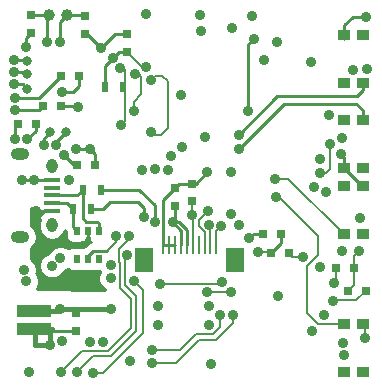
<source format=gbr>
G04 #@! TF.FileFunction,Copper,L4,Bot,Signal*
%FSLAX46Y46*%
G04 Gerber Fmt 4.6, Leading zero omitted, Abs format (unit mm)*
G04 Created by KiCad (PCBNEW (2015-01-16 BZR 5376)-product) date 07/04/2015 12:08:15*
%MOMM*%
G01*
G04 APERTURE LIST*
%ADD10C,0.100000*%
%ADD11R,1.350000X0.400000*%
%ADD12O,0.950000X1.250000*%
%ADD13O,1.550000X1.000000*%
%ADD14R,0.750000X0.800000*%
%ADD15R,0.800000X0.750000*%
%ADD16R,0.250000X1.600000*%
%ADD17R,1.500000X2.000000*%
%ADD18R,0.500000X0.900000*%
%ADD19R,0.550000X0.800000*%
%ADD20C,1.000760*%
%ADD21C,0.800000*%
%ADD22R,3.000000X1.000000*%
%ADD23R,1.000000X0.900000*%
%ADD24C,0.889000*%
%ADD25C,0.381000*%
%ADD26C,0.254000*%
%ADD27C,0.203200*%
G04 APERTURE END LIST*
D10*
D11*
X74200000Y-37800000D03*
X74200000Y-37150000D03*
X74200000Y-36500000D03*
X74200000Y-35850000D03*
X74200000Y-35200000D03*
D12*
X74200000Y-39000000D03*
X74200000Y-34000000D03*
D13*
X71500000Y-40000000D03*
X71500000Y-33000000D03*
D14*
X76200000Y-47950000D03*
X76200000Y-46450000D03*
X86075000Y-37000000D03*
X86075000Y-35500000D03*
X84575000Y-37375000D03*
X84575000Y-35875000D03*
D15*
X77800000Y-33950000D03*
X76300000Y-33950000D03*
X74950000Y-26350000D03*
X76450000Y-26350000D03*
D14*
X80550000Y-24350000D03*
X80550000Y-22850000D03*
D15*
X71300000Y-30450000D03*
X72800000Y-30450000D03*
X73450000Y-28950000D03*
X74950000Y-28950000D03*
D14*
X72400000Y-21250000D03*
X72400000Y-22750000D03*
X76950000Y-21300000D03*
X76950000Y-22800000D03*
D15*
X94225000Y-41375000D03*
X92725000Y-41375000D03*
X92050000Y-39750000D03*
X93550000Y-39750000D03*
X100750000Y-44550000D03*
X99250000Y-44550000D03*
X98250000Y-42650000D03*
X99750000Y-42650000D03*
D16*
X88100000Y-40700000D03*
X87600000Y-40700000D03*
X87100000Y-40700000D03*
X86600000Y-40700000D03*
X86100000Y-40700000D03*
X85600000Y-40700000D03*
X85100000Y-40700000D03*
X84600000Y-40700000D03*
X84100000Y-40700000D03*
X83600000Y-40700000D03*
D17*
X89700000Y-42000000D03*
X82000000Y-42000000D03*
D18*
X78300000Y-36025000D03*
X76800000Y-36025000D03*
X77450000Y-37675000D03*
X75950000Y-37675000D03*
X78700000Y-27300000D03*
X80200000Y-27300000D03*
D19*
X78175000Y-41875000D03*
X77225000Y-41875000D03*
X76275000Y-41875000D03*
X78175000Y-39475000D03*
X77225000Y-39475000D03*
X76275000Y-39475000D03*
D20*
X73950700Y-21250000D03*
X75449300Y-21250000D03*
D21*
X72100000Y-27450000D03*
X72050000Y-25100000D03*
X72100000Y-26250000D03*
X74050000Y-31150000D03*
X75350000Y-31150000D03*
D22*
X72700000Y-47825000D03*
X72700000Y-46325000D03*
D23*
X100500000Y-51450000D03*
X100500000Y-47350000D03*
X98900000Y-51450000D03*
X98900000Y-47350000D03*
X100500000Y-39800000D03*
X100500000Y-35700000D03*
X98900000Y-39800000D03*
X98900000Y-35700000D03*
X98900000Y-30100000D03*
X98900000Y-34200000D03*
X100500000Y-30100000D03*
X100500000Y-34200000D03*
X98950000Y-22900000D03*
X98950000Y-27000000D03*
X100550000Y-22900000D03*
X100550000Y-27000000D03*
D24*
X74025000Y-49125000D03*
X97400000Y-36250000D03*
X74175000Y-42450000D03*
X74900000Y-41825000D03*
X75050000Y-48800000D03*
X100700000Y-48600000D03*
X98650000Y-33000000D03*
X78350000Y-24000000D03*
X76350000Y-29050000D03*
X72100000Y-31750000D03*
X75200000Y-33100000D03*
X82150000Y-21150000D03*
X87500000Y-47450000D03*
X87500000Y-45900000D03*
X93300000Y-45050000D03*
X98900000Y-50000000D03*
X96900000Y-42600000D03*
X87100000Y-31550000D03*
X86800000Y-22550000D03*
X92150000Y-25050000D03*
X91150000Y-21300000D03*
X89350000Y-34550000D03*
X75050000Y-27750000D03*
X71950000Y-23900000D03*
X72275000Y-51475000D03*
X74850000Y-46125000D03*
X71625000Y-35200000D03*
X72700000Y-35200000D03*
X100200000Y-41200000D03*
X91600000Y-41300000D03*
X87300000Y-34550000D03*
X87650000Y-50750000D03*
X79225000Y-46150000D03*
X96150000Y-25200000D03*
X96850000Y-33450000D03*
X99700000Y-25900000D03*
X98800000Y-49000000D03*
X75625000Y-35200000D03*
X79625000Y-39975000D03*
X97650000Y-29650000D03*
X89450000Y-22350000D03*
X96400000Y-35800000D03*
X80800000Y-50500000D03*
X100750000Y-21350000D03*
X72800000Y-37825000D03*
X77400000Y-43425000D03*
X96200000Y-48000000D03*
X97200000Y-46600000D03*
X71800000Y-42825000D03*
X72025000Y-43775000D03*
X83200000Y-45900000D03*
X85100000Y-28000000D03*
X100900000Y-25800000D03*
X100300000Y-38400000D03*
X84400000Y-38775000D03*
X93200000Y-23550000D03*
X86750000Y-21200000D03*
X98750000Y-31650000D03*
X83200000Y-47450000D03*
X77400000Y-32550000D03*
X76200000Y-32550000D03*
X71050000Y-31750000D03*
X79350000Y-24850000D03*
X95400000Y-41700000D03*
X98700000Y-41200000D03*
X90900000Y-40125000D03*
X82150000Y-25600000D03*
X86000000Y-38150000D03*
X71050000Y-28250000D03*
X71050000Y-29300000D03*
X73800000Y-23550000D03*
X74900000Y-23500000D03*
X98000000Y-45400000D03*
X98075000Y-43925000D03*
X88500000Y-39125000D03*
X87350000Y-44700000D03*
X89350000Y-44700000D03*
X87450000Y-38975000D03*
X87375000Y-37825000D03*
X82875000Y-38750000D03*
X81950000Y-38300000D03*
X97750000Y-32150000D03*
X96850000Y-34600000D03*
X82600000Y-31150000D03*
X82550000Y-26700000D03*
X80000000Y-30550000D03*
X79950000Y-25750000D03*
X82900000Y-34300000D03*
X80550000Y-41500000D03*
X76300000Y-51450000D03*
X80700000Y-39950000D03*
X81775000Y-34350000D03*
X74925000Y-51450000D03*
X77375000Y-48875000D03*
X82625000Y-49575000D03*
X88400000Y-46625000D03*
X89325000Y-38075000D03*
X81150000Y-43750000D03*
X77625000Y-51575000D03*
X84000000Y-34325000D03*
X90800000Y-29350000D03*
X91250000Y-23250000D03*
X81100000Y-29350000D03*
X81200000Y-26250000D03*
X71000000Y-27100000D03*
X71000000Y-25000000D03*
X71000000Y-26050000D03*
X73500000Y-32200000D03*
X74550000Y-32250000D03*
X88600000Y-43800000D03*
X83300000Y-44000000D03*
X89550000Y-46625000D03*
X82650000Y-50700000D03*
X78475000Y-48875000D03*
X90050000Y-38975000D03*
X79200000Y-42400000D03*
X84300000Y-33200000D03*
X79200000Y-43500000D03*
X85200000Y-32400000D03*
X90000000Y-31350000D03*
X90000000Y-32550000D03*
X93100000Y-35100000D03*
X93150000Y-36600000D03*
D25*
X72775000Y-49125000D02*
X74025000Y-49125000D01*
X72700000Y-47825000D02*
X74175000Y-47825000D01*
X74175000Y-47825000D02*
X74025000Y-47975000D01*
X74025000Y-47975000D02*
X74025000Y-49125000D01*
X72775000Y-47900000D02*
X72700000Y-47825000D01*
X72775000Y-47900000D02*
X72775000Y-49125000D01*
X74025000Y-49125000D02*
X74000000Y-49125000D01*
D26*
X72825000Y-47950000D02*
X72700000Y-47825000D01*
X72825000Y-47950000D02*
X72700000Y-47825000D01*
X76200000Y-47950000D02*
X72825000Y-47950000D01*
X74900000Y-41825000D02*
X74875000Y-41800000D01*
X76200000Y-46450000D02*
X76200000Y-46200000D01*
X76200000Y-46200000D02*
X76150000Y-46150000D01*
X76150000Y-46150000D02*
X76200000Y-46450000D01*
X76200000Y-46200000D02*
X76150000Y-46150000D01*
X76150000Y-46150000D02*
X76200000Y-46450000D01*
X76200000Y-46200000D02*
X76150000Y-46150000D01*
X76150000Y-46150000D02*
X76200000Y-46450000D01*
D27*
X100700000Y-47550000D02*
X100700000Y-48600000D01*
X100500000Y-47350000D02*
X100700000Y-47550000D01*
D26*
X98900000Y-34200000D02*
X98900000Y-33250000D01*
X98900000Y-33250000D02*
X98650000Y-33000000D01*
X100500000Y-35700000D02*
X100400000Y-35700000D01*
X100400000Y-35700000D02*
X98900000Y-34200000D01*
X76300000Y-33950000D02*
X76050000Y-33950000D01*
X76050000Y-33950000D02*
X75200000Y-33100000D01*
X80550000Y-22850000D02*
X79500000Y-22850000D01*
X79500000Y-22850000D02*
X78350000Y-24000000D01*
X78350000Y-24000000D02*
X77150000Y-22800000D01*
X74950000Y-28950000D02*
X76250000Y-28950000D01*
X76250000Y-28950000D02*
X76350000Y-29050000D01*
X72800000Y-30450000D02*
X72800000Y-31050000D01*
X72800000Y-31050000D02*
X72100000Y-31750000D01*
X76950000Y-22800000D02*
X77150000Y-22800000D01*
X76450000Y-27250000D02*
X75950000Y-27750000D01*
X75950000Y-27750000D02*
X75050000Y-27750000D01*
X76450000Y-26350000D02*
X76450000Y-27250000D01*
X71950000Y-23200000D02*
X71950000Y-23900000D01*
X71950000Y-23200000D02*
X72400000Y-22750000D01*
D25*
X74650000Y-46325000D02*
X72700000Y-46325000D01*
X74825000Y-46150000D02*
X79225000Y-46150000D01*
X74650000Y-46325000D02*
X74825000Y-46150000D01*
D26*
X72700000Y-35200000D02*
X74200000Y-35200000D01*
X71625000Y-35200000D02*
X72700000Y-35200000D01*
X84100000Y-40700000D02*
X84600000Y-40700000D01*
X83600000Y-40700000D02*
X84100000Y-40700000D01*
X83600000Y-40700000D02*
X83600000Y-37950000D01*
D27*
X99750000Y-41650000D02*
X100200000Y-41200000D01*
X99750000Y-42650000D02*
X99750000Y-41650000D01*
X92650000Y-41300000D02*
X92725000Y-41375000D01*
X92650000Y-41300000D02*
X91600000Y-41300000D01*
D26*
X93550000Y-40550000D02*
X92725000Y-41375000D01*
X93550000Y-39750000D02*
X93550000Y-40550000D01*
X83600000Y-36850000D02*
X84575000Y-35875000D01*
X83600000Y-37950000D02*
X83600000Y-36850000D01*
X84950000Y-35500000D02*
X86075000Y-35500000D01*
X84575000Y-35875000D02*
X84950000Y-35500000D01*
X86350000Y-35500000D02*
X87300000Y-34550000D01*
X86075000Y-35500000D02*
X86350000Y-35500000D01*
D27*
X99750000Y-44050000D02*
X99750000Y-42650000D01*
X99250000Y-44550000D02*
X99750000Y-44050000D01*
X79625000Y-40400000D02*
X79625000Y-39975000D01*
X78850000Y-41175000D02*
X79625000Y-40400000D01*
D26*
X77700000Y-41175000D02*
X78850000Y-41175000D01*
X77225000Y-41875000D02*
X77225000Y-41525000D01*
X77225000Y-41875000D02*
X77225000Y-41650000D01*
X77225000Y-41650000D02*
X77700000Y-41175000D01*
X98925000Y-22800000D02*
X98925000Y-23225000D01*
X98950000Y-22050000D02*
X99650000Y-21350000D01*
X99650000Y-21350000D02*
X100750000Y-21350000D01*
X98950000Y-22900000D02*
X98950000Y-22050000D01*
X73550000Y-37800000D02*
X72950000Y-38400000D01*
X74200000Y-37800000D02*
X73550000Y-37800000D01*
X72825000Y-37800000D02*
X72800000Y-37825000D01*
X74200000Y-37800000D02*
X72825000Y-37800000D01*
X85600000Y-40700000D02*
X85600000Y-39400000D01*
X85100000Y-39475000D02*
X85100000Y-40700000D01*
X85600000Y-39400000D02*
X84975000Y-38775000D01*
X84400000Y-38775000D02*
X85100000Y-39475000D01*
X84575000Y-38600000D02*
X84400000Y-38775000D01*
X84975000Y-38775000D02*
X84400000Y-38775000D01*
X84575000Y-37375000D02*
X84575000Y-38600000D01*
X77800000Y-33950000D02*
X77800000Y-32950000D01*
X77800000Y-32950000D02*
X77400000Y-32550000D01*
X77400000Y-32550000D02*
X76200000Y-32550000D01*
X79850000Y-24350000D02*
X79350000Y-24850000D01*
X71300000Y-30450000D02*
X71050000Y-30700000D01*
X71050000Y-30700000D02*
X71050000Y-31750000D01*
X78700000Y-25500000D02*
X79350000Y-24850000D01*
D27*
X94550000Y-41700000D02*
X94225000Y-41375000D01*
X94550000Y-41700000D02*
X95400000Y-41700000D01*
D26*
X91275000Y-39750000D02*
X90900000Y-40125000D01*
X92050000Y-39750000D02*
X91275000Y-39750000D01*
X78700000Y-27300000D02*
X78700000Y-25500000D01*
X80550000Y-24350000D02*
X79850000Y-24350000D01*
D27*
X81800000Y-25600000D02*
X82150000Y-25600000D01*
X80550000Y-24350000D02*
X81800000Y-25600000D01*
X86100000Y-38250000D02*
X86000000Y-38150000D01*
X86100000Y-40700000D02*
X86100000Y-38250000D01*
X86000000Y-37075000D02*
X86075000Y-37000000D01*
X86000000Y-38150000D02*
X86000000Y-37075000D01*
D26*
X73050000Y-28250000D02*
X74950000Y-26350000D01*
X71050000Y-28250000D02*
X73050000Y-28250000D01*
X71050000Y-29300000D02*
X73100000Y-29300000D01*
X73100000Y-29300000D02*
X73450000Y-28950000D01*
X72400000Y-21250000D02*
X73950700Y-21250000D01*
X73800000Y-23550000D02*
X73800000Y-21400700D01*
X73800000Y-21400700D02*
X73950700Y-21250000D01*
X76900000Y-21250000D02*
X76950000Y-21300000D01*
X75449300Y-21250000D02*
X76900000Y-21250000D01*
X74900000Y-23500000D02*
X74900000Y-21799300D01*
X74900000Y-21799300D02*
X75449300Y-21250000D01*
D27*
X98000000Y-45400000D02*
X98050000Y-45350000D01*
X98050000Y-45350000D02*
X99950000Y-45350000D01*
X99950000Y-45350000D02*
X100750000Y-44550000D01*
X98250000Y-43750000D02*
X98075000Y-43925000D01*
X98250000Y-42650000D02*
X98250000Y-43750000D01*
D26*
X74200000Y-37150000D02*
X75425000Y-37150000D01*
X75425000Y-37150000D02*
X75950000Y-37675000D01*
X75950000Y-37675000D02*
X75950000Y-39150000D01*
X75950000Y-39150000D02*
X76275000Y-39475000D01*
X74200000Y-36500000D02*
X76325000Y-36500000D01*
X76325000Y-36500000D02*
X76800000Y-36025000D01*
X76800000Y-38450000D02*
X77075000Y-38725000D01*
X77075000Y-38725000D02*
X78025000Y-38725000D01*
X78025000Y-38725000D02*
X78175000Y-38875000D01*
X76800000Y-36025000D02*
X76800000Y-38450000D01*
X78175000Y-38875000D02*
X78175000Y-39475000D01*
D27*
X88100000Y-39525000D02*
X88500000Y-39125000D01*
X88100000Y-40700000D02*
X88100000Y-39525000D01*
X89350000Y-44700000D02*
X87350000Y-44700000D01*
X87600000Y-39125000D02*
X87450000Y-38975000D01*
X87600000Y-40700000D02*
X87600000Y-39125000D01*
X87100000Y-39625000D02*
X86600000Y-39125000D01*
X86600000Y-39125000D02*
X86600000Y-38600000D01*
X86600000Y-38600000D02*
X87375000Y-37825000D01*
X87100000Y-40700000D02*
X87100000Y-39625000D01*
D26*
X78300000Y-36025000D02*
X81575000Y-36025000D01*
X82875000Y-37325000D02*
X81575000Y-36025000D01*
X82875000Y-37325000D02*
X82875000Y-38750000D01*
X81450000Y-37075000D02*
X81950000Y-37575000D01*
X77450000Y-37675000D02*
X78500000Y-37675000D01*
X78500000Y-37675000D02*
X79100000Y-37075000D01*
X79100000Y-37075000D02*
X81450000Y-37075000D01*
X81950000Y-37575000D02*
X81950000Y-38300000D01*
D27*
X97750000Y-34250000D02*
X97750000Y-32150000D01*
X97400000Y-34600000D02*
X97750000Y-34250000D01*
X96850000Y-34600000D02*
X97400000Y-34600000D01*
X83100000Y-31400000D02*
X82850000Y-31400000D01*
X82850000Y-31400000D02*
X82600000Y-31150000D01*
X83400000Y-31400000D02*
X83100000Y-31400000D01*
X84000000Y-30800000D02*
X83400000Y-31400000D01*
X84000000Y-26850000D02*
X84000000Y-30800000D01*
X83500000Y-26350000D02*
X84000000Y-26850000D01*
X82900000Y-26350000D02*
X83500000Y-26350000D01*
X82550000Y-26700000D02*
X82900000Y-26350000D01*
X80200000Y-27300000D02*
X80200000Y-27050000D01*
X80200000Y-27050000D02*
X80350000Y-26900000D01*
X80350000Y-26900000D02*
X80200000Y-27300000D01*
X80350000Y-30200000D02*
X80000000Y-30550000D01*
X80350000Y-25850000D02*
X80350000Y-30200000D01*
X80250000Y-25750000D02*
X80350000Y-25850000D01*
X79950000Y-25750000D02*
X80250000Y-25750000D01*
X80350000Y-25900000D02*
X80350000Y-25850000D01*
X80350000Y-27150000D02*
X80350000Y-25900000D01*
X80200000Y-27300000D02*
X80350000Y-27150000D01*
X80200000Y-25750000D02*
X79950000Y-25750000D01*
X80350000Y-25900000D02*
X80200000Y-25750000D01*
X80550000Y-41500000D02*
X80400000Y-41650000D01*
X80400000Y-41650000D02*
X80400000Y-44100000D01*
X80400000Y-44100000D02*
X81300000Y-45000000D01*
X81300000Y-45000000D02*
X81300000Y-48000000D01*
X81300000Y-48000000D02*
X79200000Y-50100000D01*
X79200000Y-50100000D02*
X77650000Y-50100000D01*
X77650000Y-50100000D02*
X76300000Y-51450000D01*
X79850000Y-41025000D02*
X79850000Y-42100000D01*
X79850000Y-42100000D02*
X79975000Y-42225000D01*
X80700000Y-40175000D02*
X80700000Y-39950000D01*
X80700000Y-40175000D02*
X79850000Y-41025000D01*
X79975000Y-44375000D02*
X79975000Y-42225000D01*
X76700000Y-49675000D02*
X78900000Y-49675000D01*
X78900000Y-49675000D02*
X80850000Y-47725000D01*
X80850000Y-47725000D02*
X80850000Y-45250000D01*
X74925000Y-51450000D02*
X76700000Y-49675000D01*
X80850000Y-45250000D02*
X79975000Y-44375000D01*
X86350000Y-48225000D02*
X87825000Y-48225000D01*
X82650000Y-49550000D02*
X85025000Y-49550000D01*
X82625000Y-49575000D02*
X82650000Y-49550000D01*
X85025000Y-49550000D02*
X86350000Y-48225000D01*
X87825000Y-48225000D02*
X88400000Y-47650000D01*
X88400000Y-47650000D02*
X88400000Y-46625000D01*
X81150000Y-43750000D02*
X81900000Y-44500000D01*
X77625000Y-51575000D02*
X78500000Y-51575000D01*
X78500000Y-51575000D02*
X81900000Y-48175000D01*
X81900000Y-44500000D02*
X81900000Y-48175000D01*
D26*
X91250000Y-23250000D02*
X90800000Y-23700000D01*
X90800000Y-23700000D02*
X90800000Y-29350000D01*
D27*
X81100000Y-28600000D02*
X81100000Y-29350000D01*
X81750000Y-27950000D02*
X81100000Y-28600000D01*
X81750000Y-26450000D02*
X81750000Y-27950000D01*
X81550000Y-26250000D02*
X81750000Y-26450000D01*
X81200000Y-26250000D02*
X81550000Y-26250000D01*
D26*
X71750000Y-27100000D02*
X71000000Y-27100000D01*
X72100000Y-27450000D02*
X71750000Y-27100000D01*
X71950000Y-25000000D02*
X71000000Y-25000000D01*
X72050000Y-25100000D02*
X71950000Y-25000000D01*
X71900000Y-26050000D02*
X71000000Y-26050000D01*
X72100000Y-26250000D02*
X71900000Y-26050000D01*
X73500000Y-31700000D02*
X74050000Y-31150000D01*
X73500000Y-32200000D02*
X73500000Y-31700000D01*
X74550000Y-31950000D02*
X75350000Y-31150000D01*
X74550000Y-32250000D02*
X74550000Y-31950000D01*
D27*
X88600000Y-43800000D02*
X88400000Y-44000000D01*
X88400000Y-44000000D02*
X83300000Y-44000000D01*
X89550000Y-47275000D02*
X89550000Y-46625000D01*
X82650000Y-50700000D02*
X84650000Y-50700000D01*
X86600000Y-48750000D02*
X88075000Y-48750000D01*
X84650000Y-50700000D02*
X86600000Y-48750000D01*
X88075000Y-48750000D02*
X89550000Y-47275000D01*
D26*
X100550000Y-27600000D02*
X100050000Y-28100000D01*
X100050000Y-28100000D02*
X93250000Y-28100000D01*
X100550000Y-27000000D02*
X100550000Y-27600000D01*
X93250000Y-28100000D02*
X90000000Y-31350000D01*
X99950000Y-28750000D02*
X93800000Y-28750000D01*
X100500000Y-30100000D02*
X100500000Y-29300000D01*
X100500000Y-29300000D02*
X99950000Y-28750000D01*
X93800000Y-28750000D02*
X90000000Y-32550000D01*
D27*
X94200000Y-35100000D02*
X93100000Y-35100000D01*
X98900000Y-39800000D02*
X94200000Y-35100000D01*
X93400000Y-36600000D02*
X93150000Y-36600000D01*
X96750000Y-41550000D02*
X96750000Y-39950000D01*
X95800000Y-42500000D02*
X96750000Y-41550000D01*
X95800000Y-46450000D02*
X95800000Y-42500000D01*
X96750000Y-39950000D02*
X93400000Y-36600000D01*
X96700000Y-47350000D02*
X95800000Y-46450000D01*
X98900000Y-47350000D02*
X96700000Y-47350000D01*
D26*
G36*
X78672545Y-44496527D02*
X72896695Y-44430137D01*
X72939622Y-44387286D01*
X73104313Y-43990668D01*
X73104687Y-43561216D01*
X72940689Y-43164311D01*
X72861084Y-43084567D01*
X72879313Y-43040668D01*
X72879687Y-42611216D01*
X72715689Y-42214311D01*
X72412286Y-41910378D01*
X72392644Y-41902222D01*
X72389268Y-40946840D01*
X72605190Y-40802566D01*
X72851227Y-40434346D01*
X72937624Y-40000000D01*
X72851227Y-39565654D01*
X72605190Y-39197434D01*
X72382561Y-39048678D01*
X72377455Y-37603473D01*
X72890000Y-37609364D01*
X72936211Y-37609895D01*
X73064327Y-37804927D01*
X73205173Y-37900000D01*
X73048750Y-37900000D01*
X72890000Y-38058750D01*
X72890000Y-38126310D01*
X72986673Y-38359699D01*
X73150107Y-38523132D01*
X73090000Y-38825315D01*
X73090000Y-39174685D01*
X73174494Y-39599464D01*
X73415111Y-39959574D01*
X73775221Y-40200191D01*
X74200000Y-40284685D01*
X74624779Y-40200191D01*
X74984889Y-39959574D01*
X75225506Y-39599464D01*
X75254405Y-39454178D01*
X75352560Y-39601076D01*
X75352560Y-39875000D01*
X75399537Y-40117123D01*
X75539327Y-40329927D01*
X75750360Y-40472377D01*
X76000000Y-40522440D01*
X76550000Y-40522440D01*
X76756838Y-40482309D01*
X76823690Y-40510000D01*
X76939250Y-40510000D01*
X77098000Y-40351250D01*
X77098000Y-40197789D01*
X77147377Y-40124640D01*
X77197440Y-39875000D01*
X77197440Y-39487000D01*
X77252560Y-39487000D01*
X77252560Y-39875000D01*
X77299537Y-40117123D01*
X77352000Y-40196988D01*
X77352000Y-40351250D01*
X77461242Y-40460492D01*
X77408395Y-40471004D01*
X77161184Y-40636185D01*
X76987035Y-40810334D01*
X76933395Y-40821004D01*
X76912773Y-40834782D01*
X76746695Y-40867005D01*
X76550000Y-40827560D01*
X76000000Y-40827560D01*
X75757877Y-40874537D01*
X75587942Y-40986166D01*
X75512286Y-40910378D01*
X75115668Y-40745687D01*
X74686216Y-40745313D01*
X74289311Y-40909311D01*
X73985378Y-41212714D01*
X73911387Y-41390901D01*
X73564311Y-41534311D01*
X73260378Y-41837714D01*
X73095687Y-42234332D01*
X73095313Y-42663784D01*
X73259311Y-43060689D01*
X73562714Y-43364622D01*
X73959332Y-43529313D01*
X74388784Y-43529687D01*
X74785689Y-43365689D01*
X75089622Y-43062286D01*
X75163612Y-42884098D01*
X75510689Y-42740689D01*
X75532254Y-42719160D01*
X75539327Y-42729927D01*
X75750360Y-42872377D01*
X76000000Y-42922440D01*
X76550000Y-42922440D01*
X76753304Y-42882994D01*
X76950000Y-42922440D01*
X77500000Y-42922440D01*
X77703304Y-42882994D01*
X77900000Y-42922440D01*
X78247847Y-42922440D01*
X78259374Y-42950337D01*
X78120687Y-43284332D01*
X78120313Y-43713784D01*
X78284311Y-44110689D01*
X78587714Y-44414622D01*
X78672379Y-44449778D01*
X78672545Y-44496527D01*
X78672545Y-44496527D01*
G37*
X78672545Y-44496527D02*
X72896695Y-44430137D01*
X72939622Y-44387286D01*
X73104313Y-43990668D01*
X73104687Y-43561216D01*
X72940689Y-43164311D01*
X72861084Y-43084567D01*
X72879313Y-43040668D01*
X72879687Y-42611216D01*
X72715689Y-42214311D01*
X72412286Y-41910378D01*
X72392644Y-41902222D01*
X72389268Y-40946840D01*
X72605190Y-40802566D01*
X72851227Y-40434346D01*
X72937624Y-40000000D01*
X72851227Y-39565654D01*
X72605190Y-39197434D01*
X72382561Y-39048678D01*
X72377455Y-37603473D01*
X72890000Y-37609364D01*
X72936211Y-37609895D01*
X73064327Y-37804927D01*
X73205173Y-37900000D01*
X73048750Y-37900000D01*
X72890000Y-38058750D01*
X72890000Y-38126310D01*
X72986673Y-38359699D01*
X73150107Y-38523132D01*
X73090000Y-38825315D01*
X73090000Y-39174685D01*
X73174494Y-39599464D01*
X73415111Y-39959574D01*
X73775221Y-40200191D01*
X74200000Y-40284685D01*
X74624779Y-40200191D01*
X74984889Y-39959574D01*
X75225506Y-39599464D01*
X75254405Y-39454178D01*
X75352560Y-39601076D01*
X75352560Y-39875000D01*
X75399537Y-40117123D01*
X75539327Y-40329927D01*
X75750360Y-40472377D01*
X76000000Y-40522440D01*
X76550000Y-40522440D01*
X76756838Y-40482309D01*
X76823690Y-40510000D01*
X76939250Y-40510000D01*
X77098000Y-40351250D01*
X77098000Y-40197789D01*
X77147377Y-40124640D01*
X77197440Y-39875000D01*
X77197440Y-39487000D01*
X77252560Y-39487000D01*
X77252560Y-39875000D01*
X77299537Y-40117123D01*
X77352000Y-40196988D01*
X77352000Y-40351250D01*
X77461242Y-40460492D01*
X77408395Y-40471004D01*
X77161184Y-40636185D01*
X76987035Y-40810334D01*
X76933395Y-40821004D01*
X76912773Y-40834782D01*
X76746695Y-40867005D01*
X76550000Y-40827560D01*
X76000000Y-40827560D01*
X75757877Y-40874537D01*
X75587942Y-40986166D01*
X75512286Y-40910378D01*
X75115668Y-40745687D01*
X74686216Y-40745313D01*
X74289311Y-40909311D01*
X73985378Y-41212714D01*
X73911387Y-41390901D01*
X73564311Y-41534311D01*
X73260378Y-41837714D01*
X73095687Y-42234332D01*
X73095313Y-42663784D01*
X73259311Y-43060689D01*
X73562714Y-43364622D01*
X73959332Y-43529313D01*
X74388784Y-43529687D01*
X74785689Y-43365689D01*
X75089622Y-43062286D01*
X75163612Y-42884098D01*
X75510689Y-42740689D01*
X75532254Y-42719160D01*
X75539327Y-42729927D01*
X75750360Y-42872377D01*
X76000000Y-42922440D01*
X76550000Y-42922440D01*
X76753304Y-42882994D01*
X76950000Y-42922440D01*
X77500000Y-42922440D01*
X77703304Y-42882994D01*
X77900000Y-42922440D01*
X78247847Y-42922440D01*
X78259374Y-42950337D01*
X78120687Y-43284332D01*
X78120313Y-43713784D01*
X78284311Y-44110689D01*
X78587714Y-44414622D01*
X78672379Y-44449778D01*
X78672545Y-44496527D01*
M02*

</source>
